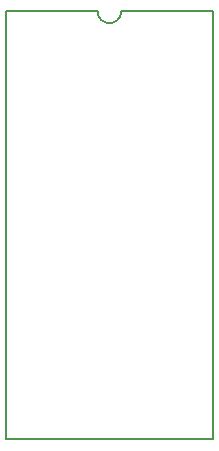
<source format=gbr>
G04 #@! TF.GenerationSoftware,KiCad,Pcbnew,5.0.2+dfsg1-1*
G04 #@! TF.CreationDate,2021-06-16T12:20:31+01:00*
G04 #@! TF.ProjectId,SE PLCC ROM,53452050-4c43-4432-9052-4f4d2e6b6963,rev?*
G04 #@! TF.SameCoordinates,Original*
G04 #@! TF.FileFunction,Profile,NP*
%FSLAX46Y46*%
G04 Gerber Fmt 4.6, Leading zero omitted, Abs format (unit mm)*
G04 Created by KiCad (PCBNEW 5.0.2+dfsg1-1) date Wed 16 Jun 2021 12:20:31 BST*
%MOMM*%
%LPD*%
G01*
G04 APERTURE LIST*
%ADD10C,0.150000*%
G04 APERTURE END LIST*
D10*
X132400000Y-65450000D02*
G75*
G02X130400000Y-65450000I-1000000J0D01*
G01*
X140150000Y-65450000D02*
X132450000Y-65450000D01*
X122650000Y-65450000D02*
X130350000Y-65450000D01*
X122650000Y-65450000D02*
X122650000Y-101700000D01*
X140150000Y-101700000D02*
X122650000Y-101700000D01*
X140150000Y-65450000D02*
X140150000Y-101700000D01*
M02*

</source>
